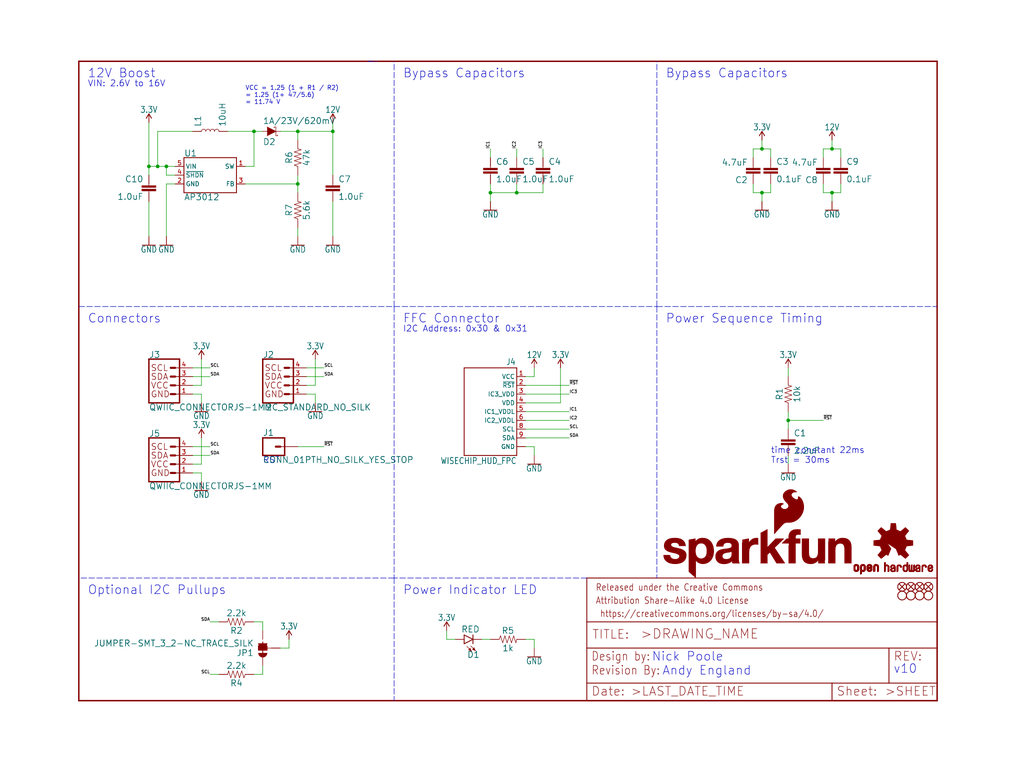
<source format=kicad_sch>
(kicad_sch (version 20211123) (generator eeschema)
  (paper "User" 297.002 223.926)
  (lib_symbols
    (symbol "eagleSchem-eagle-import:0.1UF-0603-25V-5%"
      (property "Reference" "C" (at 1.524 2.921 0))
      (property "Value" "0.1UF-0603-25V-5%" (at 1.524 -2.159 0))
      (symbol "0.1UF-0603-25V-5%_1_0"
        (pin passive line (at 0 5.08 270) (length 2.54) (name "1") (number "1"))
        (pin passive line (at 0 -2.54 90) (length 2.54) (name "2") (number "2"))
      )
    )
    (symbol "eagleSchem-eagle-import:1.0UF-0603-16V-10%"
      (property "Reference" "C" (at 1.524 2.921 0))
      (property "Value" "1.0UF-0603-16V-10%" (at 1.524 -2.159 0))
      (symbol "1.0UF-0603-16V-10%_1_0"
        (pin passive line (at 0 5.08 270) (length 2.54) (name "1") (number "1"))
        (pin passive line (at 0 -2.54 90) (length 2.54) (name "2") (number "2"))
      )
    )
    (symbol "eagleSchem-eagle-import:1.0UF-0805-25V-10%"
      (property "Reference" "C" (at 1.524 2.921 0))
      (property "Value" "1.0UF-0805-25V-10%" (at 1.524 -2.159 0))
      (symbol "1.0UF-0805-25V-10%_1_0"
        (pin passive line (at 0 5.08 270) (length 2.54) (name "1") (number "1"))
        (pin passive line (at 0 -2.54 90) (length 2.54) (name "2") (number "2"))
      )
    )
    (symbol "eagleSchem-eagle-import:10KOHM-0603-1{slash}10W-1%"
      (property "Reference" "R" (at 0 1.524 0))
      (property "Value" "10KOHM-0603-1{slash}10W-1%" (at 0 -1.524 0))
      (symbol "10KOHM-0603-1{slash}10W-1%_1_0"
        (pin passive line (at -5.08 0 0) (length 2.54) (name "1") (number "1"))
        (pin passive line (at 5.08 0 180) (length 2.54) (name "2") (number "2"))
      )
    )
    (symbol "eagleSchem-eagle-import:12V" (power)
      (property "Value" "12V" (at 0 2.794 0))
      (symbol "12V_1_0"
        (pin power_in line (at 0 0 90) (length 2.54) (name "12V") (number "1"))
      )
    )
    (symbol "eagleSchem-eagle-import:1KOHM-0603-1{slash}10W-1%"
      (property "Reference" "R" (at 0 1.524 0))
      (property "Value" "1KOHM-0603-1{slash}10W-1%" (at 0 -1.524 0))
      (symbol "1KOHM-0603-1{slash}10W-1%_1_0"
        (pin passive line (at -5.08 0 0) (length 2.54) (name "1") (number "1"))
        (pin passive line (at 5.08 0 180) (length 2.54) (name "2") (number "2"))
      )
    )
    (symbol "eagleSchem-eagle-import:2.2KOHM-0603-1{slash}10W-1%"
      (property "Reference" "R" (at 0 1.524 0))
      (property "Value" "2.2KOHM-0603-1{slash}10W-1%" (at 0 -1.524 0))
      (symbol "2.2KOHM-0603-1{slash}10W-1%_1_0"
        (pin passive line (at -5.08 0 0) (length 2.54) (name "1") (number "1"))
        (pin passive line (at 5.08 0 180) (length 2.54) (name "2") (number "2"))
      )
    )
    (symbol "eagleSchem-eagle-import:2.2UF-0603-10V-20%"
      (property "Reference" "C" (at 1.524 2.921 0))
      (property "Value" "2.2UF-0603-10V-20%" (at 1.524 -2.159 0))
      (symbol "2.2UF-0603-10V-20%_1_0"
        (pin passive line (at 0 5.08 270) (length 2.54) (name "1") (number "1"))
        (pin passive line (at 0 -2.54 90) (length 2.54) (name "2") (number "2"))
      )
    )
    (symbol "eagleSchem-eagle-import:3.3V" (power)
      (property "Value" "3.3V" (at 0 2.794 0))
      (symbol "3.3V_1_0"
        (pin power_in line (at 0 0 90) (length 2.54) (name "3.3V") (number "1"))
      )
    )
    (symbol "eagleSchem-eagle-import:4.7UF-0603-6.3V-(10%)"
      (property "Reference" "C" (at 1.524 2.921 0))
      (property "Value" "4.7UF-0603-6.3V-(10%)" (at 1.524 -2.159 0))
      (symbol "4.7UF-0603-6.3V-(10%)_1_0"
        (pin passive line (at 0 5.08 270) (length 2.54) (name "1") (number "1"))
        (pin passive line (at 0 -2.54 90) (length 2.54) (name "2") (number "2"))
      )
    )
    (symbol "eagleSchem-eagle-import:47KOHM-0603-1{slash}10W-1%"
      (property "Reference" "R" (at 0 1.524 0))
      (property "Value" "47KOHM-0603-1{slash}10W-1%" (at 0 -1.524 0))
      (symbol "47KOHM-0603-1{slash}10W-1%_1_0"
        (pin passive line (at -5.08 0 0) (length 2.54) (name "1") (number "1"))
        (pin passive line (at 5.08 0 180) (length 2.54) (name "2") (number "2"))
      )
    )
    (symbol "eagleSchem-eagle-import:5.6KOHM-0603-1{slash}10W-1%"
      (property "Reference" "R" (at 0 1.524 0))
      (property "Value" "5.6KOHM-0603-1{slash}10W-1%" (at 0 -1.524 0))
      (symbol "5.6KOHM-0603-1{slash}10W-1%_1_0"
        (pin passive line (at -5.08 0 0) (length 2.54) (name "1") (number "1"))
        (pin passive line (at 5.08 0 180) (length 2.54) (name "2") (number "2"))
      )
    )
    (symbol "eagleSchem-eagle-import:AP3012"
      (property "Reference" "U" (at -7.62 5.334 0))
      (property "Value" "AP3012" (at -7.62 -5.334 0))
      (symbol "AP3012_1_0"
        (pin bidirectional line (at 10.16 2.54 180) (length 2.54) (name "SW") (number "1"))
        (pin bidirectional line (at -10.16 -2.54 0) (length 2.54) (name "GND") (number "2"))
        (pin bidirectional line (at 10.16 -2.54 180) (length 2.54) (name "FB") (number "3"))
        (pin bidirectional line (at -10.16 0 0) (length 2.54) (name "~{SHDN}") (number "4"))
        (pin bidirectional line (at -10.16 2.54 0) (length 2.54) (name "VIN") (number "5"))
      )
    )
    (symbol "eagleSchem-eagle-import:CONN_01PTH_NO_SILK_YES_STOP"
      (property "Reference" "J" (at -2.54 3.048 0))
      (property "Value" "CONN_01PTH_NO_SILK_YES_STOP" (at -2.54 -4.826 0))
      (symbol "CONN_01PTH_NO_SILK_YES_STOP_1_0"
        (pin passive line (at 7.62 0 180) (length 5.08) (name "1") (number "1"))
      )
    )
    (symbol "eagleSchem-eagle-import:DIODE-SCHOTTKY-BAT20J"
      (property "Reference" "D" (at -2.54 2.032 0))
      (property "Value" "DIODE-SCHOTTKY-BAT20J" (at -2.54 -2.032 0))
      (symbol "DIODE-SCHOTTKY-BAT20J_1_0"
        (pin passive line (at -2.54 0 0) (length 0) (name "A") (number "A"))
        (pin passive line (at 2.54 0 180) (length 0) (name "C") (number "C"))
      )
    )
    (symbol "eagleSchem-eagle-import:FIDUCIALUFIDUCIAL")
    (symbol "eagleSchem-eagle-import:FRAME-LETTER"
      (symbol "FRAME-LETTER_2_0"
        (text " https://creativecommons.org/licenses/by-sa/4.0/" (at 2.54 24.13 0) (effects (font (size 1.9304 1.6408)) (justify left bottom)))
        (text ">DRAWING_NAME" (at 15.494 17.78 0) (effects (font (size 2.7432 2.7432)) (justify left bottom)))
        (text ">LAST_DATE_TIME" (at 12.7 1.27 0) (effects (font (size 2.54 2.54)) (justify left bottom)))
        (text ">SHEET" (at 86.36 1.27 0) (effects (font (size 2.54 2.54)) (justify left bottom)))
        (text "Attribution Share-Alike 4.0 License" (at 2.54 27.94 0) (effects (font (size 1.9304 1.6408)) (justify left bottom)))
        (text "Date:" (at 1.27 1.27 0) (effects (font (size 2.54 2.54)) (justify left bottom)))
        (text "Design by:" (at 1.27 11.43 0) (effects (font (size 2.54 2.159)) (justify left bottom)))
        (text "Released under the Creative Commons" (at 2.54 31.75 0) (effects (font (size 1.9304 1.6408)) (justify left bottom)))
        (text "REV:" (at 88.9 11.43 0) (effects (font (size 2.54 2.54)) (justify left bottom)))
        (text "Sheet:" (at 72.39 1.27 0) (effects (font (size 2.54 2.54)) (justify left bottom)))
        (text "TITLE:" (at 1.524 17.78 0) (effects (font (size 2.54 2.54)) (justify left bottom)))
      )
    )
    (symbol "eagleSchem-eagle-import:GND" (power)
      (property "Value" "GND" (at 0 -0.254 0))
      (symbol "GND_1_0"
        (pin power_in line (at 0 2.54 270) (length 2.54) (name "GND") (number "1"))
      )
    )
    (symbol "eagleSchem-eagle-import:I2C_STANDARD_NO_SILK"
      (property "Reference" "J" (at -5.08 7.874 0))
      (property "Value" "I2C_STANDARD_NO_SILK" (at -5.08 -5.334 0))
      (symbol "I2C_STANDARD_NO_SILK_1_0"
        (text "GND" (at -4.572 -2.54 0) (effects (font (size 1.778 1.778)) (justify left)))
        (text "SCL" (at -4.572 5.08 0) (effects (font (size 1.778 1.778)) (justify left)))
        (text "SDA" (at -4.572 2.54 0) (effects (font (size 1.778 1.778)) (justify left)))
        (text "VCC" (at -4.572 0 0) (effects (font (size 1.778 1.778)) (justify left)))
        (pin power_in line (at 7.62 -2.54 180) (length 5.08) (name "GND") (number "1"))
        (pin power_in line (at 7.62 0 180) (length 5.08) (name "VCC") (number "2"))
        (pin passive line (at 7.62 2.54 180) (length 5.08) (name "SDA") (number "3"))
        (pin passive line (at 7.62 5.08 180) (length 5.08) (name "SCL") (number "4"))
      )
    )
    (symbol "eagleSchem-eagle-import:INDUCTOR-CDRH-10UH"
      (property "Reference" "L" (at 1.27 2.54 0))
      (property "Value" "INDUCTOR-CDRH-10UH" (at 1.27 -2.54 0))
      (symbol "INDUCTOR-CDRH-10UH_1_0"
        (pin passive line (at 0 5.08 270) (length 2.54) (name "1") (number "P$1"))
        (pin passive line (at 0 -5.08 90) (length 2.54) (name "2") (number "P$2"))
      )
    )
    (symbol "eagleSchem-eagle-import:JUMPER-SMT_3_2-NC_TRACE_SILK"
      (property "Reference" "JP" (at 2.54 0.381 0))
      (property "Value" "JUMPER-SMT_3_2-NC_TRACE_SILK" (at 2.54 -0.381 0))
      (symbol "JUMPER-SMT_3_2-NC_TRACE_SILK_1_0"
        (pin passive line (at 0 5.08 270) (length 2.54) (name "1") (number "1"))
        (pin passive line (at -5.08 0 0) (length 2.54) (name "2") (number "2"))
        (pin passive line (at 0 -5.08 90) (length 2.54) (name "3") (number "3"))
      )
    )
    (symbol "eagleSchem-eagle-import:LED-RED0603"
      (property "Reference" "D" (at -3.429 -4.572 90))
      (property "Value" "LED-RED0603" (at 1.905 -4.572 90))
      (symbol "LED-RED0603_1_0"
        (pin passive line (at 0 2.54 270) (length 2.54) (name "A") (number "A"))
        (pin passive line (at 0 -5.08 90) (length 2.54) (name "C") (number "C"))
      )
    )
    (symbol "eagleSchem-eagle-import:OSHW-LOGOS")
    (symbol "eagleSchem-eagle-import:QWIIC_CONNECTORJS-1MM"
      (property "Reference" "J" (at -5.08 7.874 0))
      (property "Value" "QWIIC_CONNECTORJS-1MM" (at -5.08 -5.334 0))
      (symbol "QWIIC_CONNECTORJS-1MM_1_0"
        (text "GND" (at -4.572 -2.54 0) (effects (font (size 1.778 1.778)) (justify left)))
        (text "SCL" (at -4.572 5.08 0) (effects (font (size 1.778 1.778)) (justify left)))
        (text "SDA" (at -4.572 2.54 0) (effects (font (size 1.778 1.778)) (justify left)))
        (text "VCC" (at -4.572 0 0) (effects (font (size 1.778 1.778)) (justify left)))
        (pin power_in line (at 7.62 -2.54 180) (length 5.08) (name "1") (number "1"))
        (pin power_in line (at 7.62 0 180) (length 5.08) (name "2") (number "2"))
        (pin passive line (at 7.62 2.54 180) (length 5.08) (name "3") (number "3"))
        (pin passive line (at 7.62 5.08 180) (length 5.08) (name "4") (number "4"))
      )
    )
    (symbol "eagleSchem-eagle-import:REVISION"
      (symbol "REVISION_1_0"
        (text "Revision By: " (at 0 0 0) (effects (font (size 2.54 2.159)) (justify left bottom)))
      )
    )
    (symbol "eagleSchem-eagle-import:SFE_LOGO_FLAME.1_INCH")
    (symbol "eagleSchem-eagle-import:SFE_LOGO_NAME_FLAME.1_INCH")
    (symbol "eagleSchem-eagle-import:STAND-OFF")
    (symbol "eagleSchem-eagle-import:WISECHIP_HUD_FPC"
      (property "Reference" "J" (at -7.366 13.462 0))
      (property "Value" "WISECHIP_HUD_FPC" (at -7.62 -15.24 0))
      (symbol "WISECHIP_HUD_FPC_1_0"
        (pin bidirectional line (at -10.16 10.16 0) (length 2.54) (name "VCC") (number "1"))
        (pin bidirectional line (at -10.16 -10.16 0) (length 2.54) (name "GND") (number "10"))
        (pin bidirectional line (at -10.16 7.62 0) (length 2.54) (name "~{RST}") (number "2"))
        (pin bidirectional line (at -10.16 5.08 0) (length 2.54) (name "IC3_VDD") (number "3"))
        (pin bidirectional line (at -10.16 2.54 0) (length 2.54) (name "VDD") (number "4"))
        (pin bidirectional line (at -10.16 0 0) (length 2.54) (name "IC1_VDDL") (number "5"))
        (pin bidirectional line (at -10.16 -2.54 0) (length 2.54) (name "IC2_VDDL") (number "6"))
        (pin bidirectional line (at -10.16 -10.16 0) (length 2.54) (name "GND") (number "7"))
        (pin bidirectional line (at -10.16 -5.08 0) (length 2.54) (name "SCL") (number "8"))
        (pin bidirectional line (at -10.16 -7.62 0) (length 2.54) (name "SDA") (number "9"))
      )
    )
  )
  (junction (at 142.24 55.88))
  (junction (at 48.26 48.26))
  (junction (at 45.72 48.26))
  (junction (at 220.98 55.88))
  (junction (at 220.98 43.18))
  (junction (at 149.86 55.88))
  (junction (at 73.66 38.1))
  (junction (at 96.52 38.1))
  (junction (at 43.18 48.26))
  (junction (at 241.3 43.18))
  (junction (at 86.36 53.34))
  (junction (at 228.6 121.92))
  (junction (at 241.3 55.88))
  (junction (at 86.36 38.1))
  (wire (pts (xy 152.4 116.84) (xy 162.56 116.84)))
  (wire (pts (xy 238.76 53.34) (xy 238.76 55.88)))
  (wire (pts (xy 50.8 53.34) (xy 48.26 53.34)))
  (wire (pts (xy 88.9 109.22) (xy 93.98 109.22)))
  (wire (pts (xy 228.6 106.68) (xy 228.6 109.22)))
  (wire (pts (xy 86.36 38.1) (xy 96.52 38.1)))
  (wire (pts (xy 238.76 55.88) (xy 241.3 55.88)))
  (wire (pts (xy 218.44 53.34) (xy 218.44 55.88)))
  (wire (pts (xy 55.88 109.22) (xy 60.96 109.22)))
  (wire (pts (xy 43.18 48.26) (xy 43.18 50.8)))
  (wire (pts (xy 76.2 180.34) (xy 76.2 182.88)))
  (wire (pts (xy 96.52 38.1) (xy 96.52 35.56)))
  (wire (pts (xy 58.42 111.76) (xy 58.42 104.14)))
  (wire (pts (xy 58.42 134.62) (xy 58.42 127)))
  (wire (pts (xy 228.6 134.62) (xy 228.6 132.08)))
  (wire (pts (xy 243.84 45.72) (xy 243.84 43.18)))
  (wire (pts (xy 228.6 119.38) (xy 228.6 121.92)))
  (wire (pts (xy 50.8 50.8) (xy 48.26 50.8)))
  (wire (pts (xy 88.9 114.3) (xy 91.44 114.3)))
  (wire (pts (xy 45.72 38.1) (xy 55.88 38.1)))
  (wire (pts (xy 152.4 129.54) (xy 154.94 129.54)))
  (wire (pts (xy 238.76 45.72) (xy 238.76 43.18)))
  (wire (pts (xy 223.52 45.72) (xy 223.52 43.18)))
  (wire (pts (xy 48.26 53.34) (xy 48.26 68.58)))
  (wire (pts (xy 241.3 43.18) (xy 243.84 43.18)))
  (wire (pts (xy 63.5 195.58) (xy 60.96 195.58)))
  (wire (pts (xy 83.82 187.96) (xy 83.82 185.42)))
  (wire (pts (xy 48.26 48.26) (xy 50.8 48.26)))
  (wire (pts (xy 220.98 40.64) (xy 220.98 43.18)))
  (wire (pts (xy 152.4 121.92) (xy 165.1 121.92)))
  (wire (pts (xy 48.26 50.8) (xy 48.26 48.26)))
  (wire (pts (xy 63.5 180.34) (xy 60.96 180.34)))
  (wire (pts (xy 43.18 68.58) (xy 43.18 58.42)))
  (wire (pts (xy 55.88 129.54) (xy 60.96 129.54)))
  (wire (pts (xy 66.04 38.1) (xy 73.66 38.1)))
  (wire (pts (xy 152.4 124.46) (xy 165.1 124.46)))
  (wire (pts (xy 218.44 43.18) (xy 220.98 43.18)))
  (wire (pts (xy 55.88 137.16) (xy 58.42 137.16)))
  (wire (pts (xy 154.94 129.54) (xy 154.94 132.08)))
  (wire (pts (xy 149.86 53.34) (xy 149.86 55.88)))
  (polyline (pts (xy 106.68 17.78) (xy 109.22 17.78)))
  (wire (pts (xy 154.94 185.42) (xy 154.94 187.96)))
  (wire (pts (xy 154.94 109.22) (xy 154.94 106.68)))
  (wire (pts (xy 238.76 121.92) (xy 228.6 121.92)))
  (wire (pts (xy 58.42 137.16) (xy 58.42 139.7)))
  (wire (pts (xy 76.2 193.04) (xy 76.2 195.58)))
  (polyline (pts (xy 22.86 88.9) (xy 114.3 88.9)))
  (wire (pts (xy 218.44 55.88) (xy 220.98 55.88)))
  (wire (pts (xy 149.86 45.72) (xy 149.86 43.18)))
  (wire (pts (xy 132.08 185.42) (xy 129.54 185.42)))
  (wire (pts (xy 139.7 185.42) (xy 142.24 185.42)))
  (wire (pts (xy 152.4 111.76) (xy 165.1 111.76)))
  (wire (pts (xy 96.52 50.8) (xy 96.52 38.1)))
  (wire (pts (xy 55.88 111.76) (xy 58.42 111.76)))
  (wire (pts (xy 142.24 53.34) (xy 142.24 55.88)))
  (wire (pts (xy 220.98 43.18) (xy 223.52 43.18)))
  (wire (pts (xy 149.86 55.88) (xy 157.48 55.88)))
  (wire (pts (xy 86.36 55.88) (xy 86.36 53.34)))
  (wire (pts (xy 86.36 129.54) (xy 93.98 129.54)))
  (wire (pts (xy 71.12 48.26) (xy 73.66 48.26)))
  (wire (pts (xy 152.4 119.38) (xy 165.1 119.38)))
  (wire (pts (xy 142.24 45.72) (xy 142.24 43.18)))
  (wire (pts (xy 43.18 48.26) (xy 43.18 35.56)))
  (wire (pts (xy 162.56 116.84) (xy 162.56 106.68)))
  (wire (pts (xy 45.72 48.26) (xy 45.72 38.1)))
  (wire (pts (xy 45.72 48.26) (xy 43.18 48.26)))
  (wire (pts (xy 76.2 195.58) (xy 73.66 195.58)))
  (wire (pts (xy 220.98 55.88) (xy 220.98 58.42)))
  (wire (pts (xy 58.42 116.84) (xy 58.42 114.3)))
  (wire (pts (xy 86.36 68.58) (xy 86.36 66.04)))
  (wire (pts (xy 73.66 48.26) (xy 73.66 38.1)))
  (wire (pts (xy 73.66 180.34) (xy 76.2 180.34)))
  (wire (pts (xy 238.76 43.18) (xy 241.3 43.18)))
  (polyline (pts (xy 190.5 88.9) (xy 190.5 17.78)))
  (wire (pts (xy 157.48 55.88) (xy 157.48 53.34)))
  (wire (pts (xy 55.88 134.62) (xy 58.42 134.62)))
  (wire (pts (xy 71.12 53.34) (xy 86.36 53.34)))
  (wire (pts (xy 243.84 55.88) (xy 243.84 53.34)))
  (wire (pts (xy 223.52 55.88) (xy 223.52 53.34)))
  (polyline (pts (xy 190.5 88.9) (xy 271.78 88.9)))
  (polyline (pts (xy 190.5 88.9) (xy 190.5 167.64)))
  (wire (pts (xy 88.9 106.68) (xy 93.98 106.68)))
  (polyline (pts (xy 114.3 167.64) (xy 22.86 167.64)))
  (wire (pts (xy 91.44 111.76) (xy 91.44 104.14)))
  (wire (pts (xy 218.44 45.72) (xy 218.44 43.18)))
  (wire (pts (xy 55.88 132.08) (xy 60.96 132.08)))
  (wire (pts (xy 48.26 48.26) (xy 45.72 48.26)))
  (wire (pts (xy 152.4 109.22) (xy 154.94 109.22)))
  (wire (pts (xy 220.98 55.88) (xy 223.52 55.88)))
  (wire (pts (xy 86.36 38.1) (xy 86.36 40.64)))
  (wire (pts (xy 86.36 53.34) (xy 86.36 50.8)))
  (wire (pts (xy 241.3 40.64) (xy 241.3 43.18)))
  (wire (pts (xy 157.48 45.72) (xy 157.48 43.18)))
  (wire (pts (xy 96.52 58.42) (xy 96.52 68.58)))
  (wire (pts (xy 88.9 111.76) (xy 91.44 111.76)))
  (wire (pts (xy 91.44 114.3) (xy 91.44 116.84)))
  (wire (pts (xy 81.28 187.96) (xy 83.82 187.96)))
  (wire (pts (xy 241.3 55.88) (xy 241.3 58.42)))
  (wire (pts (xy 55.88 106.68) (xy 60.96 106.68)))
  (wire (pts (xy 241.3 55.88) (xy 243.84 55.88)))
  (wire (pts (xy 73.66 38.1) (xy 76.2 38.1)))
  (polyline (pts (xy 114.3 88.9) (xy 114.3 167.64)))
  (wire (pts (xy 142.24 55.88) (xy 142.24 58.42)))
  (polyline (pts (xy 114.3 167.64) (xy 114.3 203.2)))
  (polyline (pts (xy 170.18 167.64) (xy 114.3 167.64)))
  (wire (pts (xy 55.88 114.3) (xy 58.42 114.3)))
  (wire (pts (xy 81.28 38.1) (xy 86.36 38.1)))
  (wire (pts (xy 228.6 121.92) (xy 228.6 124.46)))
  (wire (pts (xy 152.4 114.3) (xy 165.1 114.3)))
  (wire (pts (xy 152.4 127) (xy 165.1 127)))
  (wire (pts (xy 152.4 185.42) (xy 154.94 185.42)))
  (wire (pts (xy 142.24 55.88) (xy 149.86 55.88)))
  (polyline (pts (xy 114.3 88.9) (xy 190.5 88.9)))
  (polyline (pts (xy 114.3 88.9) (xy 114.3 17.78)))
  (wire (pts (xy 129.54 185.42) (xy 129.54 182.88)))
  (text "Nick Poole" (at 188.976 192.024 180) (effects (font (size 2.54 2.54)) (justify left bottom)))
  (text "FFC Connector" (at 116.84 93.98 180) (effects (font (size 2.54 2.54)) (justify left bottom)))
  (text "VCC = 1.25 (1 + R1 / R2)\n= 1.25 (1+ 47/5.6)\n= 11.74 V" (at 71.12 30.48 0) (effects (font (size 1.27 1.27)) (justify left bottom)))
  (text "RST" (at 76.2 134.62 180) (effects (font (size 1.778 1.778)) (justify left bottom)))
  (text "time constant 22ms\nTrst = 30ms" (at 223.52 134.62 180) (effects (font (size 1.778 1.778)) (justify left bottom)))
  (text "Andy England" (at 192.024 196.088 180) (effects (font (size 2.54 2.54)) (justify left bottom)))
  (text "Bypass Capacitors" (at 193.04 22.86 180) (effects (font (size 2.54 2.54)) (justify left bottom)))
  (text "Power Sequence Timing" (at 193.04 93.98 180) (effects (font (size 2.54 2.54)) (justify left bottom)))
  (text "v10" (at 259.08 195.58 180) (effects (font (size 2.54 2.54)) (justify left bottom)))
  (text "VIN: 2.6V to 16V" (at 25.4 25.4 180) (effects (font (size 1.778 1.778)) (justify left bottom)))
  (text "Optional I2C Pullups" (at 25.4 172.72 180) (effects (font (size 2.54 2.54)) (justify left bottom)))
  (text "I2C Address: 0x30 & 0x31" (at 116.84 96.52 180) (effects (font (size 1.778 1.778)) (justify left bottom)))
  (text "12V Boost" (at 25.4 22.86 180) (effects (font (size 2.54 2.54)) (justify left bottom)))
  (text "Power Indicator LED" (at 116.84 172.72 180) (effects (font (size 2.54 2.54)) (justify left bottom)))
  (text "Connectors" (at 25.4 93.98 180) (effects (font (size 2.54 2.54)) (justify left bottom)))
  (text "Bypass Capacitors" (at 116.84 22.86 180) (effects (font (size 2.54 2.54)) (justify left bottom)))
  (label "SCL" (at 93.98 106.68 0) (effects (font (size 0.889 0.889))))
  (label "IC1" (at 142.24 43.18 90) (effects (font (size 0.889 0.889))))
  (label "IC1" (at 165.1 119.38 0) (effects (font (size 0.889 0.889))))
  (label "~{RST}" (at 238.76 121.92 0) (effects (font (size 0.889 0.889))))
  (label "SDA" (at 60.96 109.22 0) (effects (font (size 0.889 0.889))))
  (label "SCL" (at 165.1 124.46 0) (effects (font (size 0.889 0.889))))
  (label "IC2" (at 165.1 121.92 0) (effects (font (size 0.889 0.889))))
  (label "IC3" (at 157.48 43.18 90) (effects (font (size 0.889 0.889))))
  (label "SCL" (at 60.96 106.68 0) (effects (font (size 0.889 0.889))))
  (label "IC3" (at 165.1 114.3 0) (effects (font (size 0.889 0.889))))
  (label "~{RST}" (at 93.98 129.54 0) (effects (font (size 0.889 0.889))))
  (label "~{RST}" (at 165.1 111.76 0) (effects (font (size 0.889 0.889))))
  (label "SDA" (at 165.1 127 0) (effects (font (size 0.889 0.889))))
  (label "SCL" (at 60.96 195.58 180) (effects (font (size 0.889 0.889))))
  (label "SCL" (at 60.96 129.54 0) (effects (font (size 0.889 0.889))))
  (label "SDA" (at 60.96 180.34 180) (effects (font (size 0.889 0.889))))
  (label "IC2" (at 149.86 43.18 90) (effects (font (size 0.889 0.889))))
  (label "SDA" (at 60.96 132.08 0) (effects (font (size 0.889 0.889))))
  (label "SDA" (at 93.98 109.22 0) (effects (font (size 0.889 0.889))))
  (symbol (lib_id "eagleSchem-eagle-import:12V") (at 154.94 106.68 0) (unit 1)
    (property "Reference" "#SUPPLY1" (effects hide))
    (property "Value" "12V" (at 154.94 103.886 0) (effects (font (size 1.778 1.5113)) (justify bottom)))
    (property "Footprint" "eagleSchem:" (effects hide))
  )
  (symbol (lib_id "eagleSchem-eagle-import:FRAME-LETTER") (at 170.18 203.2 0) (unit 2)
    (property "Reference" "FRAME1" (effects hide))
    (property "Value" "FRAME-LETTER" (effects hide))
    (property "Footprint" "eagleSchem:CREATIVE_COMMONS" (effects hide))
  )
  (symbol (lib_id "eagleSchem-eagle-import:GND") (at 48.26 71.12 0) (unit 1)
    (property "Reference" "#GND8" (effects hide))
    (property "Value" "GND" (at 48.26 71.374 0) (effects (font (size 1.778 1.5113)) (justify top)))
    (property "Footprint" "eagleSchem:" (effects hide))
  )
  (symbol (lib_id "eagleSchem-eagle-import:4.7UF-0603-6.3V-(10%)") (at 218.44 48.26 180) (unit 1)
    (property "Reference" "C2" (at 216.916 51.181 0) (effects (font (size 1.778 1.778)) (justify left bottom)))
    (property "Value" "4.7uF" (at 216.916 46.101 0) (effects (font (size 1.778 1.778)) (justify left bottom)))
    (property "Footprint" "eagleSchem:0603" (effects hide))
  )
  (symbol (lib_id "eagleSchem-eagle-import:REVISION") (at 171.45 195.834 0) (unit 1)
    (property "Reference" "LOGO4" (effects hide))
    (property "Value" "REVISION" (effects hide))
    (property "Footprint" "eagleSchem:REVISION" (effects hide))
  )
  (symbol (lib_id "eagleSchem-eagle-import:3.3V") (at 220.98 40.64 0) (unit 1)
    (property "Reference" "#SUPPLY4" (effects hide))
    (property "Value" "3.3V" (at 220.98 37.846 0) (effects (font (size 1.778 1.5113)) (justify bottom)))
    (property "Footprint" "eagleSchem:" (effects hide))
  )
  (symbol (lib_id "eagleSchem-eagle-import:GND") (at 142.24 60.96 0) (unit 1)
    (property "Reference" "#GND1" (effects hide))
    (property "Value" "GND" (at 142.24 61.214 0) (effects (font (size 1.778 1.5113)) (justify top)))
    (property "Footprint" "eagleSchem:" (effects hide))
  )
  (symbol (lib_id "eagleSchem-eagle-import:0.1UF-0603-25V-5%") (at 243.84 50.8 0) (unit 1)
    (property "Reference" "C9" (at 245.364 47.879 0) (effects (font (size 1.778 1.778)) (justify left bottom)))
    (property "Value" "0.1uF" (at 245.364 52.959 0) (effects (font (size 1.778 1.778)) (justify left bottom)))
    (property "Footprint" "eagleSchem:0603" (effects hide))
  )
  (symbol (lib_id "eagleSchem-eagle-import:I2C_STANDARD_NO_SILK") (at 81.28 111.76 0) (unit 1)
    (property "Reference" "J2" (at 76.2 103.886 0) (effects (font (size 1.778 1.778)) (justify left bottom)))
    (property "Value" "I2C_STANDARD_NO_SILK" (at 76.2 117.094 0) (effects (font (size 1.778 1.778)) (justify left top)))
    (property "Footprint" "eagleSchem:1X04_NO_SILK" (effects hide))
  )
  (symbol (lib_id "eagleSchem-eagle-import:FRAME-LETTER") (at 22.86 203.2 0) (unit 1)
    (property "Reference" "FRAME1" (effects hide))
    (property "Value" "FRAME-LETTER" (effects hide))
    (property "Footprint" "eagleSchem:CREATIVE_COMMONS" (effects hide))
  )
  (symbol (lib_id "eagleSchem-eagle-import:GND") (at 154.94 190.5 0) (unit 1)
    (property "Reference" "#GND4" (effects hide))
    (property "Value" "GND" (at 154.94 190.754 0) (effects (font (size 1.778 1.5113)) (justify top)))
    (property "Footprint" "eagleSchem:" (effects hide))
  )
  (symbol (lib_id "eagleSchem-eagle-import:1.0UF-0805-25V-10%") (at 96.52 55.88 0) (unit 1)
    (property "Reference" "C7" (at 98.044 52.959 0) (effects (font (size 1.778 1.778)) (justify left bottom)))
    (property "Value" "1.0uF" (at 98.044 58.039 0) (effects (font (size 1.778 1.778)) (justify left bottom)))
    (property "Footprint" "eagleSchem:0805" (effects hide))
  )
  (symbol (lib_id "eagleSchem-eagle-import:5.6KOHM-0603-1{slash}10W-1%") (at 86.36 60.96 90) (unit 1)
    (property "Reference" "R7" (at 84.836 60.96 0) (effects (font (size 1.778 1.778)) (justify bottom)))
    (property "Value" "5.6k" (at 87.884 60.96 0) (effects (font (size 1.778 1.778)) (justify top)))
    (property "Footprint" "eagleSchem:0603" (effects hide))
  )
  (symbol (lib_id "eagleSchem-eagle-import:3.3V") (at 162.56 106.68 0) (unit 1)
    (property "Reference" "#SUPPLY7" (effects hide))
    (property "Value" "3.3V" (at 162.56 103.886 0) (effects (font (size 1.778 1.5113)) (justify bottom)))
    (property "Footprint" "eagleSchem:" (effects hide))
  )
  (symbol (lib_id "eagleSchem-eagle-import:3.3V") (at 58.42 104.14 0) (unit 1)
    (property "Reference" "#SUPPLY6" (effects hide))
    (property "Value" "3.3V" (at 58.42 101.346 0) (effects (font (size 1.778 1.5113)) (justify bottom)))
    (property "Footprint" "eagleSchem:" (effects hide))
  )
  (symbol (lib_id "eagleSchem-eagle-import:STAND-OFF") (at 264.16 172.72 0) (unit 1)
    (property "Reference" "H2" (effects hide))
    (property "Value" "STAND-OFF" (effects hide))
    (property "Footprint" "eagleSchem:STAND-OFF" (effects hide))
  )
  (symbol (lib_id "eagleSchem-eagle-import:1.0UF-0603-16V-10%") (at 43.18 55.88 0) (mirror y) (unit 1)
    (property "Reference" "C10" (at 41.656 52.959 0) (effects (font (size 1.778 1.778)) (justify left bottom)))
    (property "Value" "1.0uF" (at 41.656 58.039 0) (effects (font (size 1.778 1.778)) (justify left bottom)))
    (property "Footprint" "eagleSchem:0603" (effects hide))
  )
  (symbol (lib_id "eagleSchem-eagle-import:10KOHM-0603-1{slash}10W-1%") (at 228.6 114.3 90) (unit 1)
    (property "Reference" "R1" (at 227.076 114.3 0) (effects (font (size 1.778 1.778)) (justify bottom)))
    (property "Value" "10k" (at 230.124 114.3 0) (effects (font (size 1.778 1.778)) (justify top)))
    (property "Footprint" "eagleSchem:0603" (effects hide))
  )
  (symbol (lib_id "eagleSchem-eagle-import:FIDUCIALUFIDUCIAL") (at 269.24 170.18 0) (unit 1)
    (property "Reference" "FD4" (effects hide))
    (property "Value" "FIDUCIALUFIDUCIAL" (effects hide))
    (property "Footprint" "eagleSchem:FIDUCIAL-MICRO" (effects hide))
  )
  (symbol (lib_id "eagleSchem-eagle-import:GND") (at 154.94 134.62 0) (unit 1)
    (property "Reference" "#GND7" (effects hide))
    (property "Value" "GND" (at 154.94 134.874 0) (effects (font (size 1.778 1.5113)) (justify top)))
    (property "Footprint" "eagleSchem:" (effects hide))
  )
  (symbol (lib_id "eagleSchem-eagle-import:3.3V") (at 91.44 104.14 0) (unit 1)
    (property "Reference" "#SUPPLY5" (effects hide))
    (property "Value" "3.3V" (at 91.44 101.346 0) (effects (font (size 1.778 1.5113)) (justify bottom)))
    (property "Footprint" "eagleSchem:" (effects hide))
  )
  (symbol (lib_id "eagleSchem-eagle-import:GND") (at 220.98 60.96 0) (unit 1)
    (property "Reference" "#GND6" (effects hide))
    (property "Value" "GND" (at 220.98 61.214 0) (effects (font (size 1.778 1.5113)) (justify top)))
    (property "Footprint" "eagleSchem:" (effects hide))
  )
  (symbol (lib_id "eagleSchem-eagle-import:3.3V") (at 228.6 106.68 0) (unit 1)
    (property "Reference" "#SUPPLY2" (effects hide))
    (property "Value" "3.3V" (at 228.6 103.886 0) (effects (font (size 1.778 1.5113)) (justify bottom)))
    (property "Footprint" "eagleSchem:" (effects hide))
  )
  (symbol (lib_id "eagleSchem-eagle-import:2.2KOHM-0603-1{slash}10W-1%") (at 68.58 195.58 180) (unit 1)
    (property "Reference" "R4" (at 68.58 197.104 0) (effects (font (size 1.778 1.778)) (justify bottom)))
    (property "Value" "2.2k" (at 68.58 194.056 0) (effects (font (size 1.778 1.778)) (justify top)))
    (property "Footprint" "eagleSchem:0603" (effects hide))
  )
  (symbol (lib_id "eagleSchem-eagle-import:QWIIC_CONNECTORJS-1MM") (at 48.26 111.76 0) (unit 1)
    (property "Reference" "J3" (at 43.18 103.886 0) (effects (font (size 1.778 1.778)) (justify left bottom)))
    (property "Value" "QWIIC_CONNECTORJS-1MM" (at 43.18 117.094 0) (effects (font (size 1.778 1.778)) (justify left top)))
    (property "Footprint" "eagleSchem:1X04_1MM_RA" (effects hide))
  )
  (symbol (lib_id "eagleSchem-eagle-import:3.3V") (at 83.82 185.42 0) (unit 1)
    (property "Reference" "#SUPPLY8" (effects hide))
    (property "Value" "3.3V" (at 83.82 182.626 0) (effects (font (size 1.778 1.5113)) (justify bottom)))
    (property "Footprint" "eagleSchem:" (effects hide))
  )
  (symbol (lib_id "eagleSchem-eagle-import:1.0UF-0603-16V-10%") (at 142.24 50.8 0) (unit 1)
    (property "Reference" "C6" (at 143.764 47.879 0) (effects (font (size 1.778 1.778)) (justify left bottom)))
    (property "Value" "1.0uF" (at 143.764 52.959 0) (effects (font (size 1.778 1.778)) (justify left bottom)))
    (property "Footprint" "eagleSchem:0603" (effects hide))
  )
  (symbol (lib_id "eagleSchem-eagle-import:3.3V") (at 58.42 127 0) (unit 1)
    (property "Reference" "#SUPPLY12" (effects hide))
    (property "Value" "3.3V" (at 58.42 124.206 0) (effects (font (size 1.778 1.5113)) (justify bottom)))
    (property "Footprint" "eagleSchem:" (effects hide))
  )
  (symbol (lib_id "eagleSchem-eagle-import:3.3V") (at 43.18 35.56 0) (unit 1)
    (property "Reference" "#SUPPLY10" (effects hide))
    (property "Value" "3.3V" (at 43.18 32.766 0) (effects (font (size 1.778 1.5113)) (justify bottom)))
    (property "Footprint" "eagleSchem:" (effects hide))
  )
  (symbol (lib_id "eagleSchem-eagle-import:12V") (at 241.3 40.64 0) (unit 1)
    (property "Reference" "#SUPPLY3" (effects hide))
    (property "Value" "12V" (at 241.3 37.846 0) (effects (font (size 1.778 1.5113)) (justify bottom)))
    (property "Footprint" "eagleSchem:" (effects hide))
  )
  (symbol (lib_id "eagleSchem-eagle-import:2.2KOHM-0603-1{slash}10W-1%") (at 68.58 180.34 180) (unit 1)
    (property "Reference" "R2" (at 68.58 181.864 0) (effects (font (size 1.778 1.778)) (justify bottom)))
    (property "Value" "2.2k" (at 68.58 178.816 0) (effects (font (size 1.778 1.778)) (justify top)))
    (property "Footprint" "eagleSchem:0603" (effects hide))
  )
  (symbol (lib_id "eagleSchem-eagle-import:SFE_LOGO_NAME_FLAME.1_INCH") (at 191.77 167.894 0) (unit 1)
    (property "Reference" "LOGO2" (effects hide))
    (property "Value" "SFE_LOGO_NAME_FLAME.1_INCH" (effects hide))
    (property "Footprint" "eagleSchem:SFE_LOGO_NAME_FLAME_.1" (effects hide))
  )
  (symbol (lib_id "eagleSchem-eagle-import:1KOHM-0603-1{slash}10W-1%") (at 147.32 185.42 0) (unit 1)
    (property "Reference" "R5" (at 147.32 183.896 0) (effects (font (size 1.778 1.778)) (justify bottom)))
    (property "Value" "1k" (at 147.32 186.944 0) (effects (font (size 1.778 1.778)) (justify top)))
    (property "Footprint" "eagleSchem:0603" (effects hide))
  )
  (symbol (lib_id "eagleSchem-eagle-import:GND") (at 91.44 119.38 0) (unit 1)
    (property "Reference" "#GND3" (effects hide))
    (property "Value" "GND" (at 91.44 119.634 0) (effects (font (size 1.778 1.5113)) (justify top)))
    (property "Footprint" "eagleSchem:" (effects hide))
  )
  (symbol (lib_id "eagleSchem-eagle-import:LED-RED0603") (at 134.62 185.42 90) (unit 1)
    (property "Reference" "D1" (at 139.192 188.849 90) (effects (font (size 1.778 1.778)) (justify left bottom)))
    (property "Value" "RED" (at 139.192 183.515 90) (effects (font (size 1.778 1.778)) (justify left top)))
    (property "Footprint" "eagleSchem:LED-0603" (effects hide))
  )
  (symbol (lib_id "eagleSchem-eagle-import:GND") (at 86.36 71.12 0) (unit 1)
    (property "Reference" "#GND10" (effects hide))
    (property "Value" "GND" (at 86.36 71.374 0) (effects (font (size 1.778 1.5113)) (justify top)))
    (property "Footprint" "eagleSchem:" (effects hide))
  )
  (symbol (lib_id "eagleSchem-eagle-import:INDUCTOR-CDRH-10UH") (at 60.96 38.1 90) (unit 1)
    (property "Reference" "L1" (at 58.42 36.83 0) (effects (font (size 1.778 1.778)) (justify left bottom)))
    (property "Value" "10uH" (at 63.5 36.83 0) (effects (font (size 1.778 1.778)) (justify left top)))
    (property "Footprint" "eagleSchem:INDUCTOR_4.7UH" (effects hide))
  )
  (symbol (lib_id "eagleSchem-eagle-import:1.0UF-0603-16V-10%") (at 157.48 50.8 0) (unit 1)
    (property "Reference" "C4" (at 159.004 47.879 0) (effects (font (size 1.778 1.778)) (justify left bottom)))
    (property "Value" "1.0uF" (at 159.004 52.959 0) (effects (font (size 1.778 1.778)) (justify left bottom)))
    (property "Footprint" "eagleSchem:0603" (effects hide))
  )
  (symbol (lib_id "eagleSchem-eagle-import:STAND-OFF") (at 266.7 172.72 0) (unit 1)
    (property "Reference" "H3" (effects hide))
    (property "Value" "STAND-OFF" (effects hide))
    (property "Footprint" "eagleSchem:STAND-OFF" (effects hide))
  )
  (symbol (lib_id "eagleSchem-eagle-import:3.3V") (at 129.54 182.88 0) (unit 1)
    (property "Reference" "#SUPPLY9" (effects hide))
    (property "Value" "3.3V" (at 129.54 180.086 0) (effects (font (size 1.778 1.5113)) (justify bottom)))
    (property "Footprint" "eagleSchem:" (effects hide))
  )
  (symbol (lib_id "eagleSchem-eagle-import:SFE_LOGO_FLAME.1_INCH") (at 224.282 155.194 0) (unit 1)
    (property "Reference" "LOGO3" (effects hide))
    (property "Value" "SFE_LOGO_FLAME.1_INCH" (effects hide))
    (property "Footprint" "eagleSchem:SFE_LOGO_FLAME_.1" (effects hide))
  )
  (symbol (lib_id "eagleSchem-eagle-import:12V") (at 96.52 35.56 0) (unit 1)
    (property "Reference" "#SUPPLY11" (effects hide))
    (property "Value" "12V" (at 96.52 32.766 0) (effects (font (size 1.778 1.5113)) (justify bottom)))
    (property "Footprint" "eagleSchem:" (effects hide))
  )
  (symbol (lib_id "eagleSchem-eagle-import:WISECHIP_HUD_FPC") (at 142.24 119.38 0) (mirror y) (unit 1)
    (property "Reference" "J4" (at 149.606 105.918 0) (effects (font (size 1.778 1.5113)) (justify left bottom)))
    (property "Value" "WISECHIP_HUD_FPC" (at 149.86 134.62 0) (effects (font (size 1.778 1.5113)) (justify left bottom)))
    (property "Footprint" "eagleSchem:SERIES6288" (effects hide))
  )
  (symbol (lib_id "eagleSchem-eagle-import:47KOHM-0603-1{slash}10W-1%") (at 86.36 45.72 90) (unit 1)
    (property "Reference" "R6" (at 84.836 45.72 0) (effects (font (size 1.778 1.778)) (justify bottom)))
    (property "Value" "47k" (at 87.884 45.72 0) (effects (font (size 1.778 1.778)) (justify top)))
    (property "Footprint" "eagleSchem:0603" (effects hide))
  )
  (symbol (lib_id "eagleSchem-eagle-import:GND") (at 58.42 142.24 0) (unit 1)
    (property "Reference" "#GND13" (effects hide))
    (property "Value" "GND" (at 58.42 142.494 0) (effects (font (size 1.778 1.5113)) (justify top)))
    (property "Footprint" "eagleSchem:" (effects hide))
  )
  (symbol (lib_id "eagleSchem-eagle-import:4.7UF-0603-6.3V-(10%)") (at 238.76 48.26 180) (unit 1)
    (property "Reference" "C8" (at 237.236 51.181 0) (effects (font (size 1.778 1.778)) (justify left bottom)))
    (property "Value" "4.7uF" (at 237.236 46.101 0) (effects (font (size 1.778 1.778)) (justify left bottom)))
    (property "Footprint" "eagleSchem:0603" (effects hide))
  )
  (symbol (lib_id "eagleSchem-eagle-import:GND") (at 58.42 119.38 0) (unit 1)
    (property "Reference" "#GND12" (effects hide))
    (property "Value" "GND" (at 58.42 119.634 0) (effects (font (size 1.778 1.5113)) (justify top)))
    (property "Footprint" "eagleSchem:" (effects hide))
  )
  (symbol (lib_id "eagleSchem-eagle-import:STAND-OFF") (at 261.62 172.72 0) (unit 1)
    (property "Reference" "H1" (effects hide))
    (property "Value" "STAND-OFF" (effects hide))
    (property "Footprint" "eagleSchem:STAND-OFF" (effects hide))
  )
  (symbol (lib_id "eagleSchem-eagle-import:QWIIC_CONNECTORJS-1MM") (at 48.26 134.62 0) (unit 1)
    (property "Reference" "J5" (at 43.18 126.746 0) (effects (font (size 1.778 1.778)) (justify left bottom)))
    (property "Value" "QWIIC_CONNECTORJS-1MM" (at 43.18 139.954 0) (effects (font (size 1.778 1.778)) (justify left top)))
    (property "Footprint" "eagleSchem:1X04_1MM_RA" (effects hide))
  )
  (symbol (lib_id "eagleSchem-eagle-import:JUMPER-SMT_3_2-NC_TRACE_SILK") (at 76.2 187.96 180) (unit 1)
    (property "Reference" "JP1" (at 73.66 188.341 0) (effects (font (size 1.778 1.778)) (justify left bottom)))
    (property "Value" "JUMPER-SMT_3_2-NC_TRACE_SILK" (at 73.66 187.579 0) (effects (font (size 1.778 1.778)) (justify left top)))
    (property "Footprint" "eagleSchem:SMT-JUMPER_3_2-NC_TRACE_SILK" (effects hide))
  )
  (symbol (lib_id "eagleSchem-eagle-import:CONN_01PTH_NO_SILK_YES_STOP") (at 78.74 129.54 0) (unit 1)
    (property "Reference" "J1" (at 76.2 126.492 0) (effects (font (size 1.778 1.778)) (justify left bottom)))
    (property "Value" "CONN_01PTH_NO_SILK_YES_STOP" (at 76.2 134.366 0) (effects (font (size 1.778 1.778)) (justify left bottom)))
    (property "Footprint" "eagleSchem:1X01_NO_SILK" (effects hide))
  )
  (symbol (lib_id "eagleSchem-eagle-import:GND") (at 241.3 60.96 0) (unit 1)
    (property "Reference" "#GND5" (effects hide))
    (property "Value" "GND" (at 241.3 61.214 0) (effects (font (size 1.778 1.5113)) (justify top)))
    (property "Footprint" "eagleSchem:" (effects hide))
  )
  (symbol (lib_id "eagleSchem-eagle-import:FIDUCIALUFIDUCIAL") (at 264.16 170.18 0) (unit 1)
    (property "Reference" "FD1" (effects hide))
    (property "Value" "FIDUCIALUFIDUCIAL" (effects hide))
    (property "Footprint" "eagleSchem:FIDUCIAL-MICRO" (effects hide))
  )
  (symbol (lib_id "eagleSchem-eagle-import:STAND-OFF") (at 269.24 172.72 0) (unit 1)
    (property "Reference" "H4" (effects hide))
    (property "Value" "STAND-OFF" (effects hide))
    (property "Footprint" "eagleSchem:STAND-OFF" (effects hide))
  )
  (symbol (lib_id "eagleSchem-eagle-import:2.2UF-0603-10V-20%") (at 228.6 129.54 0) (unit 1)
    (property "Reference" "C1" (at 230.124 126.619 0) (effects (font (size 1.778 1.778)) (justify left bottom)))
    (property "Value" "2.2uF" (at 230.124 131.699 0) (effects (font (size 1.778 1.778)) (justify left bottom)))
    (property "Footprint" "eagleSchem:0603" (effects hide))
  )
  (symbol (lib_id "eagleSchem-eagle-import:OSHW-LOGOS") (at 259.08 157.48 0) (unit 1)
    (property "Reference" "LOGO1" (effects hide))
    (property "Value" "OSHW-LOGOS" (effects hide))
    (property "Footprint" "eagleSchem:OSHW-LOGO-S" (effects hide))
  )
  (symbol (lib_id "eagleSchem-eagle-import:0.1UF-0603-25V-5%") (at 223.52 50.8 0) (unit 1)
    (property "Reference" "C3" (at 225.044 47.879 0) (effects (font (size 1.778 1.778)) (justify left bottom)))
    (property "Value" "0.1uF" (at 225.044 52.959 0) (effects (font (size 1.778 1.778)) (justify left bottom)))
    (property "Footprint" "eagleSchem:0603" (effects hide))
  )
  (symbol (lib_id "eagleSchem-eagle-import:FIDUCIALUFIDUCIAL") (at 261.62 170.18 0) (unit 1)
    (property "Reference" "FD2" (effects hide))
    (property "Value" "FIDUCIALUFIDUCIAL" (effects hide))
    (property "Footprint" "eagleSchem:FIDUCIAL-MICRO" (effects hide))
  )
  (symbol (lib_id "eagleSchem-eagle-import:GND") (at 43.18 71.12 0) (unit 1)
    (property "Reference" "#GND9" (effects hide))
    (property "Value" "GND" (at 43.18 71.374 0) (effects (font (size 1.778 1.5113)) (justify top)))
    (property "Footprint" "eagleSchem:" (effects hide))
  )
  (symbol (lib_id "eagleSchem-eagle-import:DIODE-SCHOTTKY-BAT20J") (at 78.74 38.1 0) (mirror x) (unit 1)
    (property "Reference" "D2" (at 76.2 40.132 0) (effects (font (size 1.778 1.778)) (justify left bottom)))
    (property "Value" "1A/23V/620mV" (at 76.2 36.068 0) (effects (font (size 1.778 1.778)) (justify left top)))
    (property "Footprint" "eagleSchem:SOD-323" (effects hide))
  )
  (symbol (lib_id "eagleSchem-eagle-import:1.0UF-0603-16V-10%") (at 149.86 50.8 0) (unit 1)
    (property "Reference" "C5" (at 151.384 47.879 0) (effects (font (size 1.778 1.778)) (justify left bottom)))
    (property "Value" "1.0uF" (at 151.384 52.959 0) (effects (font (size 1.778 1.778)) (justify left bottom)))
    (property "Footprint" "eagleSchem:0603" (effects hide))
  )
  (symbol (lib_id "eagleSchem-eagle-import:AP3012") (at 60.96 50.8 0) (unit 1)
    (property "Reference" "U1" (at 53.34 45.466 0) (effects (font (size 1.778 1.778)) (justify left bottom)))
    (property "Value" "AP3012" (at 53.34 56.134 0) (effects (font (size 1.778 1.778)) (justify left top)))
    (property "Footprint" "eagleSchem:SOT23-5" (effects hide))
  )
  (symbol (lib_id "eagleSchem-eagle-import:FIDUCIALUFIDUCIAL") (at 266.7 170.18 0) (unit 1)
    (property "Reference" "FD3" (effects hide))
    (property "Value" "FIDUCIALUFIDUCIAL" (effects hide))
    (property "Footprint" "eagleSchem:FIDUCIAL-MICRO" (effects hide))
  )
  (symbol (lib_id "eagleSchem-eagle-import:GND") (at 228.6 137.16 0) (unit 1)
    (property "Reference" "#GND2" (effects hide))
    (property "Value" "GND" (at 228.6 137.414 0) (effects (font (size 1.778 1.5113)) (justify top)))
    (property "Footprint" "eagleSchem:" (effects hide))
  )
  (symbol (lib_id "eagleSchem-eagle-import:GND") (at 96.52 71.12 0) (unit 1)
    (property "Reference" "#GND11" (effects hide))
    (property "Value" "GND" (at 96.52 71.374 0) (effects (font (size 1.778 1.5113)) (justify top)))
    (property "Footprint" "eagleSchem:" (effects hide))
  )
)
</source>
